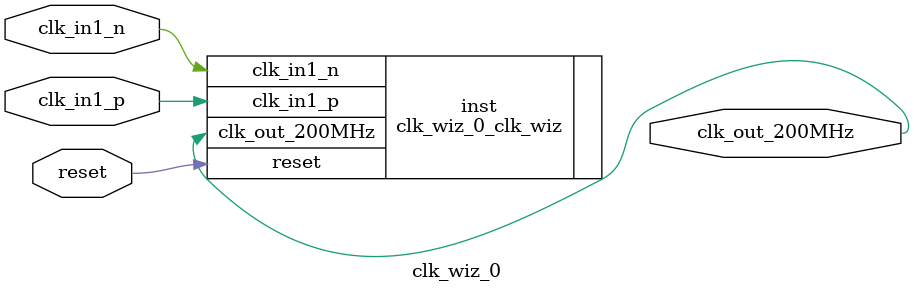
<source format=v>


`timescale 1ps/1ps

(* CORE_GENERATION_INFO = "clk_wiz_0,clk_wiz_v5_3_3_0,{component_name=clk_wiz_0,use_phase_alignment=true,use_min_o_jitter=false,use_max_i_jitter=false,use_dyn_phase_shift=false,use_inclk_switchover=false,use_dyn_reconfig=false,enable_axi=0,feedback_source=FDBK_AUTO,PRIMITIVE=MMCM,num_out_clk=1,clkin1_period=5.0,clkin2_period=10.0,use_power_down=false,use_reset=true,use_locked=false,use_inclk_stopped=false,feedback_type=SINGLE,CLOCK_MGR_TYPE=NA,manual_override=false}" *)

module clk_wiz_0 
 (
  // Clock out ports
  output        clk_out_200MHz,
  // Status and control signals
  input         reset,
 // Clock in ports
  input         clk_in1_p,
  input         clk_in1_n
 );

  clk_wiz_0_clk_wiz inst
  (
  // Clock out ports  
  .clk_out_200MHz(clk_out_200MHz),
  // Status and control signals               
  .reset(reset), 
 // Clock in ports
  .clk_in1_p(clk_in1_p),
  .clk_in1_n(clk_in1_n)
  );

endmodule

</source>
